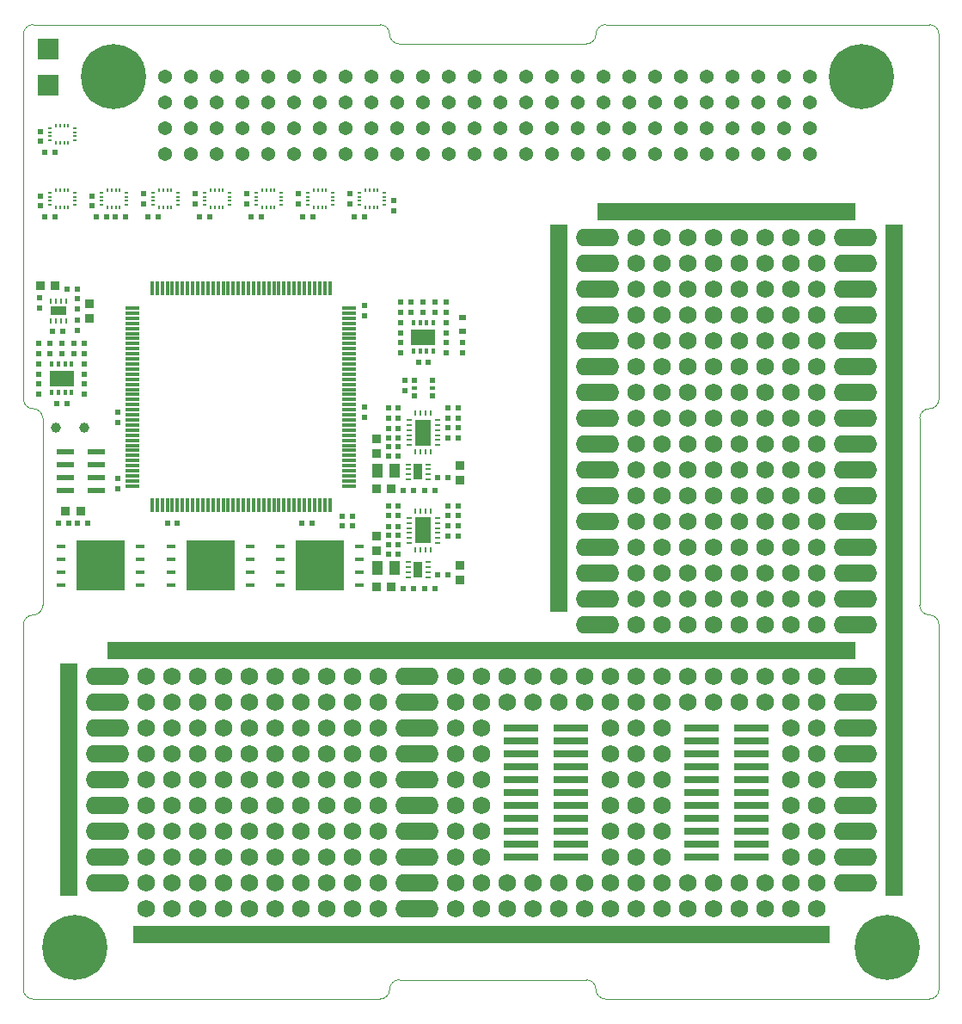
<source format=gbr>
G04 #@! TF.GenerationSoftware,KiCad,Pcbnew,(5.1.6)-1*
G04 #@! TF.CreationDate,2020-08-06T12:50:43+02:00*
G04 #@! TF.ProjectId,board_sierra,626f6172-645f-4736-9965-7272612e6b69,rev?*
G04 #@! TF.SameCoordinates,Original*
G04 #@! TF.FileFunction,Soldermask,Top*
G04 #@! TF.FilePolarity,Negative*
%FSLAX46Y46*%
G04 Gerber Fmt 4.6, Leading zero omitted, Abs format (unit mm)*
G04 Created by KiCad (PCBNEW (5.1.6)-1) date 2020-08-06 12:50:43*
%MOMM*%
%LPD*%
G01*
G04 APERTURE LIST*
G04 #@! TA.AperFunction,Profile*
%ADD10C,0.100000*%
G04 #@! TD*
%ADD11R,3.500000X0.650000*%
%ADD12R,2.540000X1.750000*%
%ADD13R,1.750000X2.540000*%
%ADD14C,1.500000*%
%ADD15O,4.290000X1.750000*%
%ADD16C,1.750000*%
%ADD17R,0.950000X0.450000*%
%ADD18R,4.750000X4.900000*%
%ADD19R,0.300000X0.600000*%
%ADD20R,2.400000X1.600000*%
%ADD21R,0.950000X0.950000*%
%ADD22R,0.500000X0.600000*%
%ADD23R,1.100000X1.400000*%
%ADD24R,0.300000X1.475000*%
%ADD25R,1.475000X0.300000*%
%ADD26R,1.600000X2.600000*%
%ADD27R,0.200000X0.600000*%
%ADD28R,0.600000X0.200000*%
%ADD29C,6.400000*%
%ADD30C,0.800000*%
%ADD31R,1.700000X0.600000*%
%ADD32C,1.000000*%
%ADD33R,2.000000X2.000000*%
%ADD34R,0.600000X0.500000*%
%ADD35R,0.463000X0.225000*%
%ADD36R,0.225000X0.463000*%
%ADD37C,1.365000*%
%ADD38R,0.900000X1.600000*%
%ADD39R,0.500000X0.250000*%
%ADD40R,0.700000X0.600000*%
%ADD41R,1.600000X0.900000*%
%ADD42R,0.250000X0.500000*%
%ADD43R,0.600000X0.600000*%
%ADD44R,0.600000X0.400000*%
G04 APERTURE END LIST*
D10*
X137985500Y-43180000D02*
G75*
G03*
X138938000Y-42227500I0J952500D01*
G01*
X119570500Y-43180000D02*
X137985500Y-43180000D01*
X139890500Y-41275000D02*
X171767500Y-41275000D01*
X118618000Y-42227500D02*
G75*
G03*
X117665500Y-41275000I-952500J0D01*
G01*
X118618000Y-42227500D02*
G75*
G03*
X119570500Y-43180000I952500J0D01*
G01*
X83502500Y-41275000D02*
X117665500Y-41275000D01*
X139890500Y-41275000D02*
G75*
G03*
X138938000Y-42227500I0J-952500D01*
G01*
X139890500Y-137160000D02*
X171767500Y-137160000D01*
X119570500Y-135255000D02*
X137985500Y-135255000D01*
X83502500Y-137160000D02*
X117665500Y-137160000D01*
X139890500Y-137160000D02*
G75*
G02*
X138938000Y-136207500I0J952500D01*
G01*
X137985500Y-135255000D02*
G75*
G02*
X138938000Y-136207500I0J-952500D01*
G01*
X118618000Y-136207500D02*
G75*
G02*
X119570500Y-135255000I952500J0D01*
G01*
X118618000Y-136207500D02*
G75*
G02*
X117665500Y-137160000I-952500J0D01*
G01*
X171767500Y-79070200D02*
G75*
G03*
X170815000Y-80022700I0J-952500D01*
G01*
X172720000Y-42227500D02*
X172720000Y-78117700D01*
X170815000Y-80022700D02*
X170815000Y-98412300D01*
X172720000Y-100317300D02*
X172720000Y-136207500D01*
X170815000Y-98412300D02*
G75*
G03*
X171767500Y-99364800I952500J0D01*
G01*
X172720000Y-100317300D02*
G75*
G03*
X171767500Y-99364800I-952500J0D01*
G01*
X171767500Y-79070200D02*
G75*
G03*
X172720000Y-78117700I0J952500D01*
G01*
X172720000Y-136207500D02*
G75*
G02*
X171767500Y-137160000I-952500J0D01*
G01*
X171767500Y-41275000D02*
G75*
G02*
X172720000Y-42227500I0J-952500D01*
G01*
X82550000Y-100317300D02*
X82550000Y-136207500D01*
X82550000Y-42227500D02*
X82550000Y-78117700D01*
X82550000Y-42227500D02*
G75*
G02*
X83502500Y-41275000I952500J0D01*
G01*
X84455000Y-80022700D02*
X84455000Y-98412300D01*
X83502500Y-79070200D02*
G75*
G02*
X82550000Y-78117700I0J952500D01*
G01*
X83502500Y-79070200D02*
G75*
G02*
X84455000Y-80022700I0J-952500D01*
G01*
X84455000Y-98412300D02*
G75*
G02*
X83502500Y-99364800I-952500J0D01*
G01*
X82550000Y-100317300D02*
G75*
G02*
X83502500Y-99364800I952500J0D01*
G01*
X83502500Y-137160000D02*
G75*
G02*
X82550000Y-136207500I0J952500D01*
G01*
D11*
X154240000Y-115570000D03*
X149290000Y-119380000D03*
X154240000Y-120650000D03*
X154240000Y-114300000D03*
X149290000Y-113030000D03*
X149290000Y-116840000D03*
X149290000Y-114300000D03*
X149290000Y-115570000D03*
X154240000Y-113030000D03*
X154240000Y-116840000D03*
X149290000Y-120650000D03*
X154240000Y-119380000D03*
X154240000Y-118110000D03*
X149290000Y-118110000D03*
X154240000Y-111760000D03*
X149290000Y-110490000D03*
X154240000Y-121920000D03*
X154240000Y-110490000D03*
X154240000Y-123190000D03*
X149290000Y-111760000D03*
X149290000Y-121920000D03*
X149290000Y-123190000D03*
X131510000Y-110490000D03*
X136460000Y-111760000D03*
X131510000Y-111760000D03*
X136460000Y-110490000D03*
X136460000Y-123190000D03*
X131510000Y-123190000D03*
X136460000Y-121920000D03*
X131510000Y-121920000D03*
D12*
X163195000Y-59690000D03*
X140335000Y-59690000D03*
X158115000Y-59690000D03*
X160655000Y-59690000D03*
X145415000Y-59690000D03*
X147955000Y-59690000D03*
X150495000Y-59690000D03*
X153035000Y-59690000D03*
X155575000Y-59690000D03*
X142875000Y-59690000D03*
D13*
X168275000Y-64770000D03*
X135255000Y-64770000D03*
D14*
X140335000Y-64770000D03*
X137795000Y-64770000D03*
D15*
X139065000Y-64770000D03*
D16*
X150495000Y-64770000D03*
X142875000Y-64770000D03*
D14*
X163195000Y-64770000D03*
D16*
X155575000Y-64770000D03*
X160655000Y-64770000D03*
X147955000Y-64770000D03*
D14*
X165735000Y-64770000D03*
D16*
X153035000Y-64770000D03*
X145415000Y-64770000D03*
D15*
X164465000Y-64770000D03*
D16*
X158115000Y-64770000D03*
X137795000Y-128270000D03*
X137795000Y-107950000D03*
X137795000Y-105410000D03*
X137795000Y-125730000D03*
D14*
X120015000Y-125730000D03*
D15*
X121285000Y-125730000D03*
D14*
X122555000Y-125730000D03*
D16*
X150495000Y-128270000D03*
X145415000Y-128270000D03*
X160655000Y-128270000D03*
X94615000Y-128270000D03*
X155575000Y-128270000D03*
X147955000Y-128270000D03*
X158115000Y-128270000D03*
X135255000Y-128270000D03*
X140335000Y-128270000D03*
X142875000Y-128270000D03*
X153035000Y-128270000D03*
X132715000Y-128270000D03*
X107315000Y-128270000D03*
X104775000Y-128270000D03*
X112395000Y-128270000D03*
X127635000Y-128270000D03*
X97155000Y-128270000D03*
X130175000Y-128270000D03*
X117475000Y-128270000D03*
X102235000Y-128270000D03*
X109855000Y-128270000D03*
X99695000Y-128270000D03*
X125095000Y-128270000D03*
X114935000Y-128270000D03*
D12*
X92075000Y-102870000D03*
X163195000Y-102870000D03*
X158115000Y-102870000D03*
X160655000Y-102870000D03*
X142875000Y-102870000D03*
X155575000Y-102870000D03*
X135255000Y-102870000D03*
X132715000Y-102870000D03*
X137795000Y-102870000D03*
X145415000Y-102870000D03*
X150495000Y-102870000D03*
X153035000Y-102870000D03*
X147955000Y-102870000D03*
X140335000Y-102870000D03*
D14*
X122555000Y-118110000D03*
D15*
X121285000Y-118110000D03*
D14*
X120015000Y-118110000D03*
D15*
X121285000Y-107950000D03*
D14*
X122555000Y-107950000D03*
X122555000Y-105410000D03*
X120015000Y-107950000D03*
X122555000Y-115570000D03*
X122555000Y-113030000D03*
X120015000Y-120650000D03*
D15*
X121285000Y-123190000D03*
D14*
X122555000Y-120650000D03*
X120015000Y-113030000D03*
X120015000Y-123190000D03*
D15*
X121285000Y-115570000D03*
D14*
X120015000Y-115570000D03*
D15*
X121285000Y-105410000D03*
D14*
X120015000Y-110490000D03*
D15*
X121285000Y-120650000D03*
X121285000Y-113030000D03*
D14*
X122555000Y-110490000D03*
D15*
X121285000Y-110490000D03*
D14*
X120015000Y-105410000D03*
X122555000Y-123190000D03*
D15*
X121285000Y-128270000D03*
D14*
X120015000Y-128270000D03*
X122555000Y-128270000D03*
D13*
X86995000Y-107950000D03*
D15*
X90805000Y-107950000D03*
X90805000Y-105410000D03*
D14*
X92075000Y-105410000D03*
X89535000Y-105410000D03*
X89535000Y-107950000D03*
X92075000Y-107950000D03*
D16*
X117475000Y-107950000D03*
X132715000Y-105410000D03*
X135255000Y-107950000D03*
X125095000Y-105410000D03*
X117475000Y-105410000D03*
X125095000Y-107950000D03*
X132715000Y-107950000D03*
X135255000Y-105410000D03*
X102235000Y-105410000D03*
X97155000Y-107950000D03*
X104775000Y-107950000D03*
X102235000Y-107950000D03*
X130175000Y-107950000D03*
X127635000Y-107950000D03*
X104775000Y-105410000D03*
X94615000Y-105410000D03*
X94615000Y-107950000D03*
X97155000Y-105410000D03*
X127635000Y-105410000D03*
X99695000Y-107950000D03*
X130175000Y-105410000D03*
X99695000Y-105410000D03*
X114935000Y-105410000D03*
X112395000Y-107950000D03*
X107315000Y-107950000D03*
X114935000Y-107950000D03*
X109855000Y-107950000D03*
X112395000Y-105410000D03*
X109855000Y-105410000D03*
X107315000Y-105410000D03*
D13*
X86995000Y-105410000D03*
D14*
X140335000Y-95250000D03*
D15*
X139065000Y-95250000D03*
D14*
X137795000Y-95250000D03*
D15*
X139065000Y-97790000D03*
D14*
X140335000Y-97790000D03*
X137795000Y-97790000D03*
X137795000Y-100330000D03*
X140335000Y-100330000D03*
D15*
X139065000Y-100330000D03*
D14*
X137795000Y-87630000D03*
X140335000Y-87630000D03*
D15*
X139065000Y-85090000D03*
D14*
X140335000Y-85090000D03*
X137795000Y-85090000D03*
D15*
X139065000Y-90170000D03*
X139065000Y-87630000D03*
X139065000Y-92710000D03*
D14*
X137795000Y-92710000D03*
X140335000Y-90170000D03*
X140335000Y-92710000D03*
X137795000Y-90170000D03*
D13*
X135255000Y-97790000D03*
X135255000Y-95250000D03*
X135255000Y-72390000D03*
X135255000Y-90170000D03*
X135255000Y-82550000D03*
X135255000Y-69850000D03*
X135255000Y-77470000D03*
X135255000Y-74930000D03*
X135255000Y-62230000D03*
X135255000Y-67310000D03*
X135255000Y-87630000D03*
X135255000Y-85090000D03*
X135255000Y-92710000D03*
X135255000Y-80010000D03*
D14*
X140335000Y-74930000D03*
X137795000Y-74930000D03*
X137795000Y-82550000D03*
X140335000Y-82550000D03*
D15*
X139065000Y-80010000D03*
D14*
X140335000Y-77470000D03*
X137795000Y-77470000D03*
D15*
X139065000Y-77470000D03*
X139065000Y-82550000D03*
D14*
X140335000Y-80010000D03*
X137795000Y-80010000D03*
D15*
X139065000Y-74930000D03*
D14*
X137795000Y-69850000D03*
D15*
X139065000Y-67310000D03*
D14*
X140335000Y-72390000D03*
D15*
X139065000Y-69850000D03*
D14*
X137795000Y-67310000D03*
D15*
X139065000Y-72390000D03*
X139065000Y-62230000D03*
D14*
X140335000Y-69850000D03*
X137795000Y-72390000D03*
X140335000Y-62230000D03*
X140335000Y-67310000D03*
X137795000Y-62230000D03*
D12*
X158115000Y-130810000D03*
X160655000Y-130810000D03*
X94615000Y-130810000D03*
D13*
X86995000Y-123190000D03*
X86995000Y-118110000D03*
X86995000Y-115570000D03*
X86995000Y-125730000D03*
X86995000Y-110490000D03*
X86995000Y-120650000D03*
X86995000Y-113030000D03*
D15*
X90805000Y-123190000D03*
D14*
X89535000Y-125730000D03*
X92075000Y-123190000D03*
X89535000Y-123190000D03*
X92075000Y-125730000D03*
D15*
X90805000Y-125730000D03*
X90805000Y-113030000D03*
D14*
X89535000Y-120650000D03*
X89535000Y-113030000D03*
D15*
X90805000Y-120650000D03*
D14*
X89535000Y-115570000D03*
D15*
X90805000Y-118110000D03*
D14*
X89535000Y-118110000D03*
X92075000Y-113030000D03*
X92075000Y-115570000D03*
D15*
X90805000Y-115570000D03*
D14*
X92075000Y-120650000D03*
X92075000Y-118110000D03*
X89535000Y-110490000D03*
D15*
X90805000Y-110490000D03*
D14*
X92075000Y-110490000D03*
D15*
X164465000Y-125730000D03*
D14*
X163195000Y-123190000D03*
X163195000Y-125730000D03*
D15*
X164465000Y-123190000D03*
D14*
X165735000Y-125730000D03*
X165735000Y-123190000D03*
X163195000Y-120650000D03*
X163195000Y-115570000D03*
D15*
X164465000Y-118110000D03*
X164465000Y-120650000D03*
D14*
X163195000Y-118110000D03*
X165735000Y-115570000D03*
X163195000Y-113030000D03*
D15*
X164465000Y-115570000D03*
D14*
X165735000Y-120650000D03*
X165735000Y-118110000D03*
X165735000Y-113030000D03*
D15*
X164465000Y-113030000D03*
X164465000Y-107950000D03*
X164465000Y-110490000D03*
D14*
X165735000Y-105410000D03*
D15*
X164465000Y-105410000D03*
D14*
X165735000Y-107950000D03*
X163195000Y-110490000D03*
X163195000Y-107950000D03*
X165735000Y-110490000D03*
X163195000Y-105410000D03*
X165735000Y-95250000D03*
D15*
X164465000Y-97790000D03*
D14*
X163195000Y-92710000D03*
D15*
X164465000Y-95250000D03*
D14*
X165735000Y-97790000D03*
D15*
X164465000Y-92710000D03*
X164465000Y-100330000D03*
D14*
X163195000Y-95250000D03*
X165735000Y-92710000D03*
X163195000Y-100330000D03*
X163195000Y-97790000D03*
X165735000Y-100330000D03*
X163195000Y-90170000D03*
X165735000Y-90170000D03*
X165735000Y-82550000D03*
X163195000Y-82550000D03*
D15*
X164465000Y-85090000D03*
D14*
X163195000Y-87630000D03*
X165735000Y-87630000D03*
D15*
X164465000Y-87630000D03*
X164465000Y-82550000D03*
D14*
X163195000Y-85090000D03*
X165735000Y-85090000D03*
D15*
X164465000Y-90170000D03*
D14*
X165735000Y-77470000D03*
X163195000Y-77470000D03*
D15*
X164465000Y-80010000D03*
D14*
X163195000Y-80010000D03*
X165735000Y-80010000D03*
D15*
X164465000Y-74930000D03*
X164465000Y-77470000D03*
X164465000Y-72390000D03*
D14*
X165735000Y-72390000D03*
X163195000Y-74930000D03*
X163195000Y-72390000D03*
X165735000Y-74930000D03*
D15*
X164465000Y-69850000D03*
D14*
X163195000Y-69850000D03*
X165735000Y-69850000D03*
X165735000Y-67310000D03*
X163195000Y-67310000D03*
D15*
X164465000Y-67310000D03*
D14*
X163195000Y-62230000D03*
X165735000Y-62230000D03*
D15*
X164465000Y-62230000D03*
D16*
X155575000Y-62230000D03*
X147955000Y-62230000D03*
X145415000Y-62230000D03*
X145415000Y-67310000D03*
X158115000Y-67310000D03*
X147955000Y-67310000D03*
X155575000Y-67310000D03*
X142875000Y-62230000D03*
X158115000Y-62230000D03*
X160655000Y-67310000D03*
X142875000Y-67310000D03*
X153035000Y-67310000D03*
X153035000Y-62230000D03*
X150495000Y-67310000D03*
X150495000Y-62230000D03*
X160655000Y-62230000D03*
X145415000Y-80010000D03*
X160655000Y-85090000D03*
X145415000Y-72390000D03*
X142875000Y-69850000D03*
X142875000Y-77470000D03*
X142875000Y-74930000D03*
X155575000Y-85090000D03*
X142875000Y-82550000D03*
X145415000Y-74930000D03*
X147955000Y-74930000D03*
X142875000Y-72390000D03*
X158115000Y-80010000D03*
X147955000Y-85090000D03*
X145415000Y-87630000D03*
X147955000Y-69850000D03*
X147955000Y-77470000D03*
X145415000Y-69850000D03*
X147955000Y-72390000D03*
X145415000Y-77470000D03*
X145415000Y-85090000D03*
X147955000Y-87630000D03*
X155575000Y-87630000D03*
X142875000Y-85090000D03*
X142875000Y-80010000D03*
X155575000Y-82550000D03*
X147955000Y-80010000D03*
X150495000Y-87630000D03*
X150495000Y-74930000D03*
X160655000Y-72390000D03*
X155575000Y-77470000D03*
X160655000Y-74930000D03*
X153035000Y-74930000D03*
X160655000Y-87630000D03*
X155575000Y-74930000D03*
X158115000Y-82550000D03*
X147955000Y-82550000D03*
X150495000Y-82550000D03*
X153035000Y-80010000D03*
X160655000Y-77470000D03*
X155575000Y-72390000D03*
X150495000Y-72390000D03*
X153035000Y-77470000D03*
X150495000Y-80010000D03*
X160655000Y-82550000D03*
X158115000Y-77470000D03*
X153035000Y-72390000D03*
X158115000Y-74930000D03*
X153035000Y-69850000D03*
X142875000Y-87630000D03*
X158115000Y-72390000D03*
X145415000Y-82550000D03*
X153035000Y-82550000D03*
X150495000Y-77470000D03*
X158115000Y-87630000D03*
X158115000Y-85090000D03*
X153035000Y-85090000D03*
X160655000Y-80010000D03*
X153035000Y-87630000D03*
X155575000Y-80010000D03*
X160655000Y-69850000D03*
X150495000Y-85090000D03*
X155575000Y-69850000D03*
X150495000Y-69850000D03*
X158115000Y-69850000D03*
X145415000Y-92710000D03*
X147955000Y-92710000D03*
X142875000Y-95250000D03*
X147955000Y-95250000D03*
X147955000Y-90170000D03*
X147955000Y-97790000D03*
X142875000Y-90170000D03*
X142875000Y-97790000D03*
X145415000Y-90170000D03*
X142875000Y-92710000D03*
X145415000Y-97790000D03*
X145415000Y-95250000D03*
X158115000Y-100330000D03*
X147955000Y-105410000D03*
X145415000Y-100330000D03*
X155575000Y-107950000D03*
X155575000Y-105410000D03*
X142875000Y-105410000D03*
X142875000Y-100330000D03*
X145415000Y-107950000D03*
X160655000Y-105410000D03*
X145415000Y-105410000D03*
X140335000Y-105410000D03*
X140335000Y-107950000D03*
X147955000Y-107950000D03*
X155575000Y-100330000D03*
X150495000Y-105410000D03*
X147955000Y-100330000D03*
X142875000Y-107950000D03*
X153035000Y-100330000D03*
X160655000Y-107950000D03*
X150495000Y-100330000D03*
X153035000Y-107950000D03*
X150495000Y-107950000D03*
X158115000Y-105410000D03*
X158115000Y-107950000D03*
X153035000Y-105410000D03*
X160655000Y-90170000D03*
X160655000Y-100330000D03*
X160655000Y-95250000D03*
X160655000Y-97790000D03*
X158115000Y-97790000D03*
X153035000Y-92710000D03*
X150495000Y-92710000D03*
X158115000Y-92710000D03*
X160655000Y-92710000D03*
X158115000Y-95250000D03*
X155575000Y-92710000D03*
X153035000Y-90170000D03*
X153035000Y-97790000D03*
X155575000Y-97790000D03*
X155575000Y-95250000D03*
X150495000Y-97790000D03*
X150495000Y-95250000D03*
X153035000Y-95250000D03*
X155575000Y-90170000D03*
X150495000Y-90170000D03*
X158115000Y-90170000D03*
X112395000Y-113030000D03*
X114935000Y-113030000D03*
X109855000Y-115570000D03*
X107315000Y-115570000D03*
X114935000Y-115570000D03*
X107315000Y-113030000D03*
X114935000Y-110490000D03*
X114935000Y-118110000D03*
X109855000Y-110490000D03*
X107315000Y-118110000D03*
X109855000Y-118110000D03*
X112395000Y-110490000D03*
X109855000Y-113030000D03*
X107315000Y-110490000D03*
X112395000Y-118110000D03*
X112395000Y-115570000D03*
X145415000Y-118110000D03*
X145415000Y-110490000D03*
X140335000Y-113030000D03*
X145415000Y-115570000D03*
X145415000Y-113030000D03*
X140335000Y-118110000D03*
X140335000Y-110490000D03*
X142875000Y-110490000D03*
X140335000Y-115570000D03*
X142875000Y-113030000D03*
X142875000Y-118110000D03*
X142875000Y-115570000D03*
D11*
X136460000Y-116840000D03*
X131510000Y-113030000D03*
X136460000Y-114300000D03*
X131510000Y-119380000D03*
X131510000Y-120650000D03*
X136460000Y-119380000D03*
X131510000Y-115570000D03*
X136460000Y-120650000D03*
X136460000Y-118110000D03*
X131510000Y-118110000D03*
X136460000Y-113030000D03*
X131510000Y-114300000D03*
X136460000Y-115570000D03*
X131510000Y-116840000D03*
D16*
X160655000Y-125730000D03*
X158115000Y-125730000D03*
X94615000Y-125730000D03*
X145415000Y-120650000D03*
X135255000Y-125730000D03*
X140335000Y-123190000D03*
X142875000Y-125730000D03*
X145415000Y-123190000D03*
X145415000Y-125730000D03*
X142875000Y-120650000D03*
X155575000Y-125730000D03*
X132715000Y-125730000D03*
X153035000Y-125730000D03*
X142875000Y-123190000D03*
X140335000Y-120650000D03*
X140335000Y-125730000D03*
X147955000Y-125730000D03*
X150495000Y-125730000D03*
X97155000Y-123190000D03*
X109855000Y-123190000D03*
X114935000Y-125730000D03*
X114935000Y-120650000D03*
X99695000Y-125730000D03*
X127635000Y-120650000D03*
X114935000Y-123190000D03*
X112395000Y-125730000D03*
X125095000Y-123190000D03*
X127635000Y-123190000D03*
X97155000Y-125730000D03*
X127635000Y-125730000D03*
X107315000Y-125730000D03*
X125095000Y-120650000D03*
X99695000Y-120650000D03*
X117475000Y-125730000D03*
X107315000Y-120650000D03*
X109855000Y-120650000D03*
X117475000Y-123190000D03*
X112395000Y-120650000D03*
X125095000Y-125730000D03*
X130175000Y-125730000D03*
X102235000Y-123190000D03*
X109855000Y-125730000D03*
X107315000Y-123190000D03*
X104775000Y-125730000D03*
X117475000Y-120650000D03*
X104775000Y-120650000D03*
X102235000Y-125730000D03*
X112395000Y-123190000D03*
X99695000Y-123190000D03*
X97155000Y-120650000D03*
X102235000Y-120650000D03*
X104775000Y-123190000D03*
X158115000Y-115570000D03*
X158115000Y-123190000D03*
X94615000Y-120650000D03*
X94615000Y-123190000D03*
X158115000Y-118110000D03*
X160655000Y-113030000D03*
X160655000Y-118110000D03*
X160655000Y-123190000D03*
X158115000Y-120650000D03*
X158115000Y-110490000D03*
X160655000Y-110490000D03*
X160655000Y-115570000D03*
X158115000Y-113030000D03*
X160655000Y-120650000D03*
X125095000Y-118110000D03*
X117475000Y-118110000D03*
X117475000Y-115570000D03*
X125095000Y-115570000D03*
X117475000Y-110490000D03*
X125095000Y-110490000D03*
X125095000Y-113030000D03*
X117475000Y-113030000D03*
X127635000Y-110490000D03*
X127635000Y-115570000D03*
X127635000Y-118110000D03*
X127635000Y-113030000D03*
X99695000Y-118110000D03*
X97155000Y-118110000D03*
X97155000Y-115570000D03*
X99695000Y-115570000D03*
X97155000Y-110490000D03*
X99695000Y-110490000D03*
X99695000Y-113030000D03*
X97155000Y-113030000D03*
X104775000Y-110490000D03*
X104775000Y-118110000D03*
X102235000Y-110490000D03*
X104775000Y-115570000D03*
X102235000Y-115570000D03*
X104775000Y-113030000D03*
X102235000Y-118110000D03*
X102235000Y-113030000D03*
X94615000Y-118110000D03*
X94615000Y-115570000D03*
X94615000Y-110490000D03*
X94615000Y-113030000D03*
D12*
X94615000Y-102870000D03*
X97155000Y-102870000D03*
X99695000Y-102870000D03*
X102235000Y-102870000D03*
X97155000Y-130810000D03*
X99695000Y-130810000D03*
X107315000Y-102870000D03*
X112395000Y-102870000D03*
X114935000Y-102870000D03*
X104775000Y-102870000D03*
X109855000Y-102870000D03*
D13*
X168275000Y-62230000D03*
X168275000Y-67310000D03*
X168275000Y-69850000D03*
X168275000Y-72390000D03*
D12*
X120015000Y-102870000D03*
D13*
X168275000Y-74930000D03*
D12*
X117475000Y-102870000D03*
D13*
X168275000Y-82550000D03*
D12*
X127635000Y-102870000D03*
D13*
X168275000Y-80010000D03*
D12*
X125095000Y-102870000D03*
D13*
X168275000Y-85090000D03*
X168275000Y-77470000D03*
D12*
X122555000Y-102870000D03*
D13*
X168275000Y-95250000D03*
X168275000Y-87630000D03*
D12*
X130175000Y-102870000D03*
D13*
X168275000Y-97790000D03*
X168275000Y-92710000D03*
X168275000Y-90170000D03*
X168275000Y-102870000D03*
X168275000Y-100330000D03*
X168275000Y-110490000D03*
X168275000Y-107950000D03*
X168275000Y-105410000D03*
X168275000Y-115570000D03*
X168275000Y-113030000D03*
X168275000Y-123190000D03*
X168275000Y-118110000D03*
X168275000Y-120650000D03*
X168275000Y-125730000D03*
D12*
X107315000Y-130810000D03*
X102235000Y-130810000D03*
X104775000Y-130810000D03*
X114935000Y-130810000D03*
X109855000Y-130810000D03*
X112395000Y-130810000D03*
X122555000Y-130810000D03*
X117475000Y-130810000D03*
X120015000Y-130810000D03*
X130175000Y-130810000D03*
X125095000Y-130810000D03*
X127635000Y-130810000D03*
X137795000Y-130810000D03*
X135255000Y-130810000D03*
X132715000Y-130810000D03*
X153035000Y-130810000D03*
X147955000Y-130810000D03*
X140335000Y-130810000D03*
X145415000Y-130810000D03*
X142875000Y-130810000D03*
X150495000Y-130810000D03*
X155575000Y-130810000D03*
D17*
X86270000Y-92583000D03*
X86270000Y-93853000D03*
X86270000Y-95123000D03*
X86270000Y-96393000D03*
X94070000Y-96393000D03*
X94070000Y-95123000D03*
X94070000Y-93853000D03*
X94070000Y-92583000D03*
D18*
X90170000Y-94488000D03*
D17*
X107860000Y-92583000D03*
X107860000Y-93853000D03*
X107860000Y-95123000D03*
X107860000Y-96393000D03*
X115660000Y-96393000D03*
X115660000Y-95123000D03*
X115660000Y-93853000D03*
X115660000Y-92583000D03*
D18*
X111760000Y-94488000D03*
D17*
X97065000Y-92583000D03*
X97065000Y-93853000D03*
X97065000Y-95123000D03*
X97065000Y-96393000D03*
X104865000Y-96393000D03*
X104865000Y-95123000D03*
X104865000Y-93853000D03*
X104865000Y-92583000D03*
D18*
X100965000Y-94488000D03*
D19*
X120965000Y-73420000D03*
X121615000Y-73420000D03*
X122265000Y-73420000D03*
X122915000Y-73420000D03*
X122915000Y-70620000D03*
X122265000Y-70620000D03*
X121615000Y-70620000D03*
X120965000Y-70620000D03*
D20*
X121940000Y-72020000D03*
D19*
X85345000Y-77480000D03*
X85995000Y-77480000D03*
X86645000Y-77480000D03*
X87295000Y-77480000D03*
X87295000Y-74680000D03*
X86645000Y-74680000D03*
X85995000Y-74680000D03*
X85345000Y-74680000D03*
D20*
X86320000Y-76080000D03*
D21*
X86715000Y-89150000D03*
X88165000Y-89150000D03*
X117290000Y-93085000D03*
X117290000Y-91635000D03*
X117290000Y-83455000D03*
X117290000Y-82005000D03*
X117340000Y-96570000D03*
X118790000Y-96570000D03*
X117345000Y-86930000D03*
X118795000Y-86930000D03*
X84250000Y-66990000D03*
X85700000Y-66990000D03*
X89070000Y-68725000D03*
X89070000Y-70175000D03*
D22*
X118470000Y-83730000D03*
X119470000Y-83730000D03*
D23*
X119125000Y-94760000D03*
X117375000Y-94760000D03*
X119125000Y-85130000D03*
X117375000Y-85130000D03*
D24*
X95216000Y-88584500D03*
X95716000Y-88584500D03*
X96216000Y-88584500D03*
X96716000Y-88584500D03*
X97216000Y-88584500D03*
X97716000Y-88584500D03*
X98216000Y-88584500D03*
X98716000Y-88584500D03*
X99216000Y-88584500D03*
X99716000Y-88584500D03*
X100216000Y-88584500D03*
X100716000Y-88584500D03*
X101216000Y-88584500D03*
X101716000Y-88584500D03*
X102216000Y-88584500D03*
X102716000Y-88584500D03*
X103216000Y-88584500D03*
X103716000Y-88584500D03*
X104216000Y-88584500D03*
X104716000Y-88584500D03*
X105216000Y-88584500D03*
X105716000Y-88584500D03*
X106216000Y-88584500D03*
X106716000Y-88584500D03*
X107216000Y-88584500D03*
X107716000Y-88584500D03*
X108216000Y-88584500D03*
X108716000Y-88584500D03*
X109216000Y-88584500D03*
X109716000Y-88584500D03*
X110216000Y-88584500D03*
X110716000Y-88584500D03*
X111216000Y-88584500D03*
X111716000Y-88584500D03*
X112216000Y-88584500D03*
X112716000Y-88584500D03*
D25*
X114628500Y-86672000D03*
X114628500Y-86172000D03*
X114628500Y-85672000D03*
X114628500Y-85172000D03*
X114628500Y-84672000D03*
X114628500Y-84172000D03*
X114628500Y-83672000D03*
X114628500Y-83172000D03*
X114628500Y-82672000D03*
X114628500Y-82172000D03*
X114628500Y-81672000D03*
X114628500Y-81172000D03*
X114628500Y-80672000D03*
X114628500Y-80172000D03*
X114628500Y-79672000D03*
X114628500Y-79172000D03*
X114628500Y-78672000D03*
X114628500Y-78172000D03*
X114628500Y-77672000D03*
X114628500Y-77172000D03*
X114628500Y-76672000D03*
X114628500Y-76172000D03*
X114628500Y-75672000D03*
X114628500Y-75172000D03*
X114628500Y-74672000D03*
X114628500Y-74172000D03*
X114628500Y-73672000D03*
X114628500Y-73172000D03*
X114628500Y-72672000D03*
X114628500Y-72172000D03*
X114628500Y-71672000D03*
X114628500Y-71172000D03*
X114628500Y-70672000D03*
X114628500Y-70172000D03*
X114628500Y-69672000D03*
X114628500Y-69172000D03*
D24*
X112716000Y-67259500D03*
X112216000Y-67259500D03*
X111716000Y-67259500D03*
X111216000Y-67259500D03*
X110716000Y-67259500D03*
X110216000Y-67259500D03*
X109716000Y-67259500D03*
X109216000Y-67259500D03*
X108716000Y-67259500D03*
X108216000Y-67259500D03*
X107716000Y-67259500D03*
X107216000Y-67259500D03*
X106716000Y-67259500D03*
X106216000Y-67259500D03*
X105716000Y-67259500D03*
X105216000Y-67259500D03*
X104716000Y-67259500D03*
X104216000Y-67259500D03*
X103716000Y-67259500D03*
X103216000Y-67259500D03*
X102716000Y-67259500D03*
X102216000Y-67259500D03*
X101716000Y-67259500D03*
X101216000Y-67259500D03*
X100716000Y-67259500D03*
X100216000Y-67259500D03*
X99716000Y-67259500D03*
X99216000Y-67259500D03*
X98716000Y-67259500D03*
X98216000Y-67259500D03*
X97716000Y-67259500D03*
X97216000Y-67259500D03*
X96716000Y-67259500D03*
X96216000Y-67259500D03*
X95716000Y-67259500D03*
X95216000Y-67259500D03*
D25*
X93303500Y-69172000D03*
X93303500Y-69672000D03*
X93303500Y-70172000D03*
X93303500Y-70672000D03*
X93303500Y-71172000D03*
X93303500Y-71672000D03*
X93303500Y-72172000D03*
X93303500Y-72672000D03*
X93303500Y-73172000D03*
X93303500Y-73672000D03*
X93303500Y-74172000D03*
X93303500Y-74672000D03*
X93303500Y-75172000D03*
X93303500Y-75672000D03*
X93303500Y-76172000D03*
X93303500Y-76672000D03*
X93303500Y-77172000D03*
X93303500Y-77672000D03*
X93303500Y-78172000D03*
X93303500Y-78672000D03*
X93303500Y-79172000D03*
X93303500Y-79672000D03*
X93303500Y-80172000D03*
X93303500Y-80672000D03*
X93303500Y-81172000D03*
X93303500Y-81672000D03*
X93303500Y-82172000D03*
X93303500Y-82672000D03*
X93303500Y-83172000D03*
X93303500Y-83672000D03*
X93303500Y-84172000D03*
X93303500Y-84672000D03*
X93303500Y-85172000D03*
X93303500Y-85672000D03*
X93303500Y-86172000D03*
X93303500Y-86672000D03*
D26*
X121920000Y-91050000D03*
D27*
X121170000Y-89150000D03*
X121670000Y-89150000D03*
X122170000Y-89150000D03*
X122670000Y-89150000D03*
D28*
X123320000Y-89800000D03*
X123320000Y-90300000D03*
X123320000Y-90800000D03*
X123320000Y-91300000D03*
X123320000Y-91800000D03*
X123320000Y-92300000D03*
D27*
X122670000Y-92950000D03*
X122170000Y-92950000D03*
X121670000Y-92950000D03*
X121170000Y-92950000D03*
D28*
X120520000Y-92300000D03*
X120520000Y-91800000D03*
X120520000Y-91300000D03*
X120520000Y-90800000D03*
X120520000Y-90300000D03*
X120520000Y-89800000D03*
D21*
X125500000Y-95900000D03*
X125500000Y-94450000D03*
X125500000Y-86135000D03*
X125500000Y-84685000D03*
D29*
X91440000Y-46355000D03*
D30*
X93840000Y-46355000D03*
X93137056Y-48052056D03*
X91440000Y-48755000D03*
X89742944Y-48052056D03*
X89040000Y-46355000D03*
X89742944Y-44657944D03*
X91440000Y-43955000D03*
X93137056Y-44657944D03*
D29*
X167640000Y-132080000D03*
D30*
X170040000Y-132080000D03*
X169337056Y-133777056D03*
X167640000Y-134480000D03*
X165942944Y-133777056D03*
X165240000Y-132080000D03*
X165942944Y-130382944D03*
X167640000Y-129680000D03*
X169337056Y-130382944D03*
D29*
X87630000Y-132080000D03*
D30*
X90030000Y-132080000D03*
X89327056Y-133777056D03*
X87630000Y-134480000D03*
X85932944Y-133777056D03*
X85230000Y-132080000D03*
X85932944Y-130382944D03*
X87630000Y-129680000D03*
X89327056Y-130382944D03*
D29*
X165100000Y-46355000D03*
D30*
X167500000Y-46355000D03*
X166797056Y-48052056D03*
X165100000Y-48755000D03*
X163402944Y-48052056D03*
X162700000Y-46355000D03*
X163402944Y-44657944D03*
X165100000Y-43955000D03*
X166797056Y-44657944D03*
D31*
X89715000Y-87075000D03*
X86665000Y-87075000D03*
X89715000Y-85805000D03*
X86665000Y-85805000D03*
X89715000Y-84535000D03*
X86665000Y-84535000D03*
X89715000Y-83265000D03*
X86665000Y-83265000D03*
D32*
X85750000Y-80960000D03*
X88510000Y-80960000D03*
D33*
X85000000Y-47220000D03*
X85000000Y-43720000D03*
D22*
X113920000Y-90630000D03*
X114920000Y-90630000D03*
D34*
X86320000Y-72630000D03*
X86320000Y-73630000D03*
X91810000Y-79420000D03*
X91810000Y-80420000D03*
X91810000Y-85920000D03*
X91810000Y-86920000D03*
D22*
X109960000Y-90340000D03*
X110960000Y-90340000D03*
X118470000Y-92460000D03*
X119470000Y-92460000D03*
D34*
X84210000Y-52770000D03*
X84210000Y-51770000D03*
D22*
X84640000Y-53820000D03*
X85640000Y-53820000D03*
D35*
X87578500Y-51470000D03*
X87578500Y-51870000D03*
X87578500Y-52270000D03*
X87578500Y-52670000D03*
D36*
X86960000Y-52888500D03*
X86560000Y-52888500D03*
X86160000Y-52888500D03*
X85760000Y-52888500D03*
D35*
X85141500Y-52670000D03*
X85141500Y-52270000D03*
X85141500Y-51870000D03*
X85141500Y-51470000D03*
D36*
X85760000Y-51251500D03*
X86160000Y-51251500D03*
X86560000Y-51251500D03*
X86960000Y-51251500D03*
D35*
X107898500Y-57820000D03*
X107898500Y-58220000D03*
X107898500Y-58620000D03*
X107898500Y-59020000D03*
D36*
X107280000Y-59238500D03*
X106880000Y-59238500D03*
X106480000Y-59238500D03*
X106080000Y-59238500D03*
D35*
X105461500Y-59020000D03*
X105461500Y-58620000D03*
X105461500Y-58220000D03*
X105461500Y-57820000D03*
D36*
X106080000Y-57601500D03*
X106480000Y-57601500D03*
X106880000Y-57601500D03*
X107280000Y-57601500D03*
D34*
X114690000Y-58920000D03*
X114690000Y-57920000D03*
D22*
X92620000Y-60170000D03*
X91620000Y-60170000D03*
X89720000Y-60170000D03*
X90720000Y-60170000D03*
X110040000Y-60170000D03*
X111040000Y-60170000D03*
D35*
X97738500Y-57820000D03*
X97738500Y-58220000D03*
X97738500Y-58620000D03*
X97738500Y-59020000D03*
D36*
X97120000Y-59238500D03*
X96720000Y-59238500D03*
X96320000Y-59238500D03*
X95920000Y-59238500D03*
D35*
X95301500Y-59020000D03*
X95301500Y-58620000D03*
X95301500Y-58220000D03*
X95301500Y-57820000D03*
D36*
X95920000Y-57601500D03*
X96320000Y-57601500D03*
X96720000Y-57601500D03*
X97120000Y-57601500D03*
D34*
X94370000Y-58920000D03*
X94370000Y-57920000D03*
D22*
X94810000Y-60170000D03*
X95810000Y-60170000D03*
D34*
X99450000Y-58920000D03*
X99450000Y-57920000D03*
D37*
X160020000Y-46355000D03*
X160020000Y-48895000D03*
X157480000Y-46355000D03*
X157480000Y-48895000D03*
X154940000Y-46355000D03*
X154940000Y-48895000D03*
X152400000Y-46355000D03*
X152400000Y-48895000D03*
X149860000Y-46355000D03*
X149860000Y-48895000D03*
X147320000Y-46355000D03*
X147320000Y-48895000D03*
X144780000Y-46355000D03*
X144780000Y-48895000D03*
X142240000Y-46355000D03*
X142240000Y-48895000D03*
X139700000Y-46355000D03*
X139700000Y-48895000D03*
X137160000Y-46355000D03*
X137160000Y-48895000D03*
X134620000Y-46355000D03*
X134620000Y-48895000D03*
X132080000Y-46355000D03*
X132080000Y-48895000D03*
X129540000Y-46355000D03*
X129540000Y-48895000D03*
X127000000Y-46355000D03*
X127000000Y-48895000D03*
X124460000Y-46355000D03*
X124460000Y-48895000D03*
X121920000Y-46355000D03*
X121920000Y-48895000D03*
X119380000Y-46355000D03*
X119380000Y-48895000D03*
X116840000Y-46355000D03*
X116840000Y-48895000D03*
X114300000Y-46355000D03*
X114300000Y-48895000D03*
X111760000Y-46355000D03*
X111760000Y-48895000D03*
X109220000Y-46355000D03*
X109220000Y-48895000D03*
X106680000Y-46355000D03*
X106680000Y-48895000D03*
X104140000Y-46355000D03*
X104140000Y-48895000D03*
X101600000Y-46355000D03*
X101600000Y-48895000D03*
X99060000Y-46355000D03*
X99060000Y-48895000D03*
X96520000Y-46355000D03*
X96520000Y-48895000D03*
D22*
X99880000Y-60170000D03*
X100880000Y-60170000D03*
D37*
X160020000Y-51435000D03*
X160020000Y-53975000D03*
X157480000Y-51435000D03*
X157480000Y-53975000D03*
X154940000Y-51435000D03*
X154940000Y-53975000D03*
X152400000Y-51435000D03*
X152400000Y-53975000D03*
X149860000Y-51435000D03*
X149860000Y-53975000D03*
X147320000Y-51435000D03*
X147320000Y-53975000D03*
X144780000Y-51435000D03*
X144780000Y-53975000D03*
X142240000Y-51435000D03*
X142240000Y-53975000D03*
X139700000Y-51435000D03*
X139700000Y-53975000D03*
X137160000Y-51435000D03*
X137160000Y-53975000D03*
X134620000Y-51435000D03*
X134620000Y-53975000D03*
X132080000Y-51435000D03*
X132080000Y-53975000D03*
X129540000Y-51435000D03*
X129540000Y-53975000D03*
X127000000Y-51435000D03*
X127000000Y-53975000D03*
X124460000Y-51435000D03*
X124460000Y-53975000D03*
X121920000Y-51435000D03*
X121920000Y-53975000D03*
X119380000Y-51435000D03*
X119380000Y-53975000D03*
X116840000Y-51435000D03*
X116840000Y-53975000D03*
X114300000Y-51435000D03*
X114300000Y-53975000D03*
X111760000Y-51435000D03*
X111760000Y-53975000D03*
X109220000Y-51435000D03*
X109220000Y-53975000D03*
X106680000Y-51435000D03*
X106680000Y-53975000D03*
X104140000Y-51435000D03*
X104140000Y-53975000D03*
X101600000Y-51435000D03*
X101600000Y-53975000D03*
X99060000Y-51435000D03*
X99060000Y-53975000D03*
X96520000Y-51435000D03*
X96520000Y-53975000D03*
D34*
X119690000Y-73570000D03*
X119690000Y-72570000D03*
X124190000Y-73570000D03*
X124190000Y-72570000D03*
X84070000Y-77630000D03*
X84070000Y-76630000D03*
X88570000Y-77630000D03*
X88570000Y-76630000D03*
D26*
X121920000Y-81410000D03*
D27*
X121170000Y-79510000D03*
X121670000Y-79510000D03*
X122170000Y-79510000D03*
X122670000Y-79510000D03*
D28*
X123320000Y-80160000D03*
X123320000Y-80660000D03*
X123320000Y-81160000D03*
X123320000Y-81660000D03*
X123320000Y-82160000D03*
X123320000Y-82660000D03*
D27*
X122670000Y-83310000D03*
X122170000Y-83310000D03*
X121670000Y-83310000D03*
X121170000Y-83310000D03*
D28*
X120520000Y-82660000D03*
X120520000Y-82160000D03*
X120520000Y-81660000D03*
X120520000Y-81160000D03*
X120520000Y-80660000D03*
X120520000Y-80160000D03*
D38*
X121420000Y-85290000D03*
D39*
X122370000Y-84540000D03*
X122370000Y-85040000D03*
X122370000Y-85540000D03*
X122370000Y-86040000D03*
X120470000Y-86040000D03*
X120470000Y-85540000D03*
X120470000Y-85040000D03*
X120470000Y-84540000D03*
D22*
X87890000Y-90330000D03*
X88890000Y-90330000D03*
X86990000Y-90330000D03*
X85990000Y-90330000D03*
D34*
X125820000Y-72570000D03*
X125820000Y-73570000D03*
D22*
X118470000Y-82830000D03*
X119470000Y-82830000D03*
X119470000Y-89600000D03*
X118470000Y-89600000D03*
X124370000Y-88650000D03*
X125370000Y-88650000D03*
D34*
X84130000Y-68170000D03*
X84130000Y-69170000D03*
X87850000Y-68260000D03*
X87850000Y-69260000D03*
D40*
X125810000Y-70060000D03*
X125810000Y-71460000D03*
D22*
X118470000Y-93360000D03*
X119470000Y-93360000D03*
X119970000Y-96750000D03*
X120970000Y-96750000D03*
X119970000Y-87110000D03*
X120970000Y-87110000D03*
X86880000Y-67310000D03*
X87880000Y-67310000D03*
D34*
X87850000Y-70350000D03*
X87850000Y-71350000D03*
D22*
X123320000Y-95450000D03*
X124320000Y-95450000D03*
X123320000Y-85820000D03*
X124320000Y-85820000D03*
X122050000Y-96750000D03*
X123050000Y-96750000D03*
X122050000Y-87110000D03*
X123050000Y-87110000D03*
X119470000Y-88650000D03*
X118470000Y-88650000D03*
X119470000Y-79020000D03*
X118470000Y-79020000D03*
D34*
X123120000Y-68570000D03*
X123120000Y-69570000D03*
X87500000Y-72630000D03*
X87500000Y-73630000D03*
X120750000Y-68570000D03*
X120750000Y-69570000D03*
X85130000Y-72630000D03*
X85130000Y-73630000D03*
X119690000Y-71620000D03*
X119690000Y-70620000D03*
X84070000Y-75680000D03*
X84070000Y-74680000D03*
D22*
X86390000Y-71460000D03*
X85390000Y-71460000D03*
D34*
X104530000Y-58920000D03*
X104530000Y-57920000D03*
X120120000Y-77270000D03*
X120120000Y-76270000D03*
X109610000Y-58920000D03*
X109610000Y-57920000D03*
X89290000Y-58120000D03*
X89290000Y-59120000D03*
D22*
X118470000Y-90660000D03*
X119470000Y-90660000D03*
X118470000Y-91560000D03*
X119470000Y-91560000D03*
X118470000Y-81030000D03*
X119470000Y-81030000D03*
X118470000Y-81930000D03*
X119470000Y-81930000D03*
X119470000Y-79970000D03*
X118470000Y-79970000D03*
X124370000Y-79020000D03*
X125370000Y-79020000D03*
X125370000Y-89600000D03*
X124370000Y-89600000D03*
X124370000Y-90550000D03*
X125370000Y-90550000D03*
X125370000Y-91610000D03*
X124370000Y-91610000D03*
X125370000Y-79970000D03*
X124370000Y-79970000D03*
X124370000Y-80920000D03*
X125370000Y-80920000D03*
X125370000Y-81980000D03*
X124370000Y-81980000D03*
D34*
X84210000Y-59120000D03*
X84210000Y-58120000D03*
X118990000Y-59620000D03*
X118990000Y-58620000D03*
D41*
X86020000Y-69450000D03*
D42*
X85270000Y-68500000D03*
X85770000Y-68500000D03*
X86270000Y-68500000D03*
X86770000Y-68500000D03*
X86770000Y-70400000D03*
X86270000Y-70400000D03*
X85770000Y-70400000D03*
X85270000Y-70400000D03*
D38*
X121420000Y-94930000D03*
D39*
X122370000Y-94180000D03*
X122370000Y-94680000D03*
X122370000Y-95180000D03*
X122370000Y-95680000D03*
X120470000Y-95680000D03*
X120470000Y-95180000D03*
X120470000Y-94680000D03*
X120470000Y-94180000D03*
D43*
X121020000Y-77770000D03*
D44*
X121020000Y-77020000D03*
D43*
X121020000Y-76270000D03*
X122820000Y-76270000D03*
D44*
X122820000Y-77020000D03*
D43*
X122820000Y-77770000D03*
D22*
X113920000Y-89680000D03*
X114920000Y-89680000D03*
D34*
X124190000Y-68570000D03*
X124190000Y-69570000D03*
X88570000Y-72620000D03*
X88570000Y-73620000D03*
X119690000Y-68570000D03*
X119690000Y-69570000D03*
X84070000Y-72630000D03*
X84070000Y-73630000D03*
X121940000Y-69570000D03*
X121940000Y-68570000D03*
D22*
X121440000Y-74480000D03*
X122440000Y-74480000D03*
X85820000Y-78530000D03*
X86820000Y-78530000D03*
D34*
X124190000Y-71620000D03*
X124190000Y-70620000D03*
X88570000Y-75680000D03*
X88570000Y-74680000D03*
D22*
X104970000Y-60170000D03*
X105970000Y-60170000D03*
X84640000Y-60170000D03*
X85640000Y-60170000D03*
X115130000Y-60170000D03*
X116130000Y-60170000D03*
X96720000Y-90340000D03*
X97720000Y-90340000D03*
D34*
X116110000Y-79920000D03*
X116110000Y-78920000D03*
X116120000Y-69920000D03*
X116120000Y-68920000D03*
D35*
X112978500Y-57820000D03*
X112978500Y-58220000D03*
X112978500Y-58620000D03*
X112978500Y-59020000D03*
D36*
X112360000Y-59238500D03*
X111960000Y-59238500D03*
X111560000Y-59238500D03*
X111160000Y-59238500D03*
D35*
X110541500Y-59020000D03*
X110541500Y-58620000D03*
X110541500Y-58220000D03*
X110541500Y-57820000D03*
D36*
X111160000Y-57601500D03*
X111560000Y-57601500D03*
X111960000Y-57601500D03*
X112360000Y-57601500D03*
D35*
X92658500Y-57820000D03*
X92658500Y-58220000D03*
X92658500Y-58620000D03*
X92658500Y-59020000D03*
D36*
X92040000Y-59238500D03*
X91640000Y-59238500D03*
X91240000Y-59238500D03*
X90840000Y-59238500D03*
D35*
X90221500Y-59020000D03*
X90221500Y-58620000D03*
X90221500Y-58220000D03*
X90221500Y-57820000D03*
D36*
X90840000Y-57601500D03*
X91240000Y-57601500D03*
X91640000Y-57601500D03*
X92040000Y-57601500D03*
D35*
X102818500Y-57820000D03*
X102818500Y-58220000D03*
X102818500Y-58620000D03*
X102818500Y-59020000D03*
D36*
X102200000Y-59238500D03*
X101800000Y-59238500D03*
X101400000Y-59238500D03*
X101000000Y-59238500D03*
D35*
X100381500Y-59020000D03*
X100381500Y-58620000D03*
X100381500Y-58220000D03*
X100381500Y-57820000D03*
D36*
X101000000Y-57601500D03*
X101400000Y-57601500D03*
X101800000Y-57601500D03*
X102200000Y-57601500D03*
D35*
X87578500Y-57820000D03*
X87578500Y-58220000D03*
X87578500Y-58620000D03*
X87578500Y-59020000D03*
D36*
X86960000Y-59238500D03*
X86560000Y-59238500D03*
X86160000Y-59238500D03*
X85760000Y-59238500D03*
D35*
X85141500Y-59020000D03*
X85141500Y-58620000D03*
X85141500Y-58220000D03*
X85141500Y-57820000D03*
D36*
X85760000Y-57601500D03*
X86160000Y-57601500D03*
X86560000Y-57601500D03*
X86960000Y-57601500D03*
D35*
X118058500Y-57820000D03*
X118058500Y-58220000D03*
X118058500Y-58620000D03*
X118058500Y-59020000D03*
D36*
X117440000Y-59238500D03*
X117040000Y-59238500D03*
X116640000Y-59238500D03*
X116240000Y-59238500D03*
D35*
X115621500Y-59020000D03*
X115621500Y-58620000D03*
X115621500Y-58220000D03*
X115621500Y-57820000D03*
D36*
X116240000Y-57601500D03*
X116640000Y-57601500D03*
X117040000Y-57601500D03*
X117440000Y-57601500D03*
M02*

</source>
